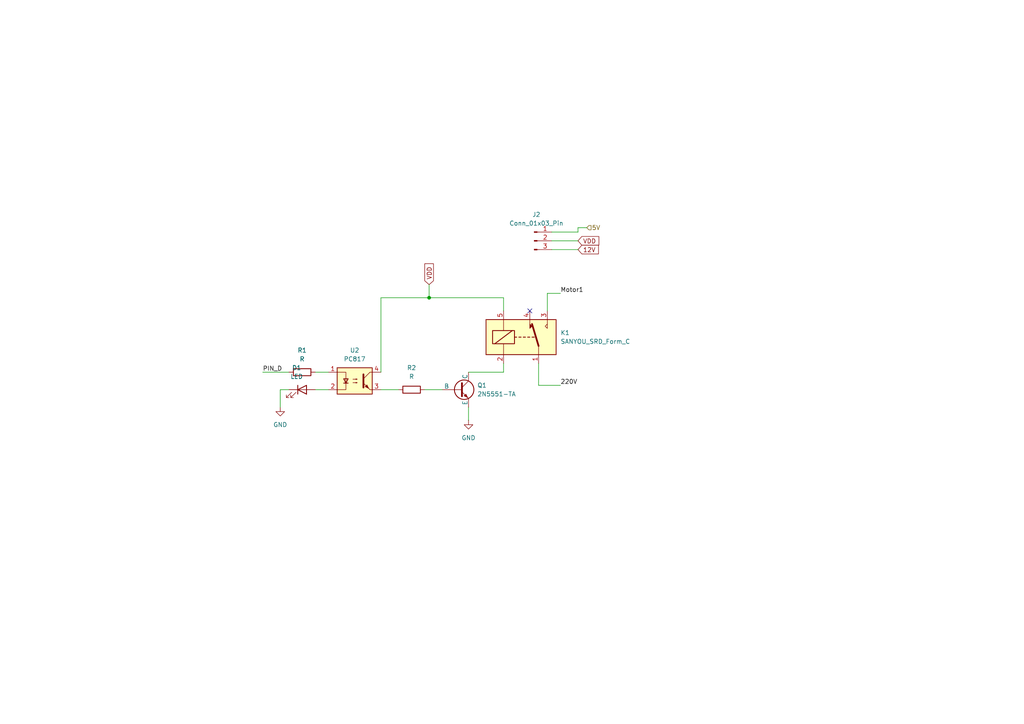
<source format=kicad_sch>
(kicad_sch (version 20231120) (generator "eeschema") (generator_version "8.0")
  (paper "A4")
  (lib_symbols
    (symbol "2N5551-TA:2N5551-TA" (pin_numbers hide) (pin_names (offset 0))
      (property "Reference" "Q" (at -2.54 7.62 0))
      (property "Value" "2N5551-TA" (at -6.35 4.318 0))
      (symbol "2N5551-TA_0_1"
        (polyline (pts (xy -2.54 0) (xy 0.635 0)) (stroke (width 0.1524)))
        (polyline (pts (xy 0.635 0.635) (xy 2.54 2.54)))
        (polyline (pts (xy 2.794 -1.27) (xy 2.794 -1.27)) (stroke (width 0.1524)))
        (polyline (pts (xy 2.794 -1.27) (xy 2.794 -1.27)) (stroke (width 0.1524)))
        (polyline (pts (xy 0.635 -0.635) (xy 2.54 -2.54) (xy 2.54 -2.54)))
        (polyline (pts (xy 0.635 1.905) (xy 0.635 -1.905) (xy 0.635 -1.905)) (stroke (width 0.508)))
        (polyline (pts (xy 1.27 -1.778) (xy 1.778 -1.27) (xy 2.286 -2.286) (xy 1.27 -1.778) (xy 1.27 -1.778)) (fill (type outline)))
        (circle (center 1.27 0) (radius 2.8194) (stroke (width 0.254)))
      )
      (symbol "2N5551-TA_1_1"
        (pin open_collector line (at 2.54 5.08 270) (length 2.54) (name "C") (number "1"))
        (pin input line (at -5.08 0 0) (length 2.54) (name "B") (number "2"))
        (pin open_emitter line (at 2.54 -5.08 90) (length 2.54) (name "E") (number "3"))
      )
    )
    (symbol "Connector:Conn_01x03_Pin" (pin_names (offset 1.016) hide)
      (property "Reference" "J" (at 0 5.08 0))
      (property "Value" "Conn_01x03_Pin" (at 0 -5.08 0))
      (symbol "Conn_01x03_Pin_1_1"
        (polyline (pts (xy 1.27 -2.54) (xy 0.8636 -2.54)) (stroke (width 0.1524)))
        (polyline (pts (xy 1.27 0) (xy 0.8636 0)) (stroke (width 0.1524)))
        (polyline (pts (xy 1.27 2.54) (xy 0.8636 2.54)) (stroke (width 0.1524)))
        (rectangle (start 0.8636 -2.413) (end 0 -2.667) (stroke (width 0.1524)) (fill (type outline)))
        (rectangle (start 0.8636 0.127) (end 0 -0.127) (stroke (width 0.1524)) (fill (type outline)))
        (rectangle (start 0.8636 2.667) (end 0 2.413) (stroke (width 0.1524)) (fill (type outline)))
        (pin passive line (at 5.08 2.54 180) (length 3.81) (name "Pin_1") (number "1"))
        (pin passive line (at 5.08 0 180) (length 3.81) (name "Pin_2") (number "2"))
        (pin passive line (at 5.08 -2.54 180) (length 3.81) (name "Pin_3") (number "3"))
      )
    )
    (symbol "Device:LED" (pin_numbers hide) (pin_names (offset 1.016) hide)
      (property "Reference" "D" (at 0 2.54 0))
      (property "Value" "LED" (at 0 -2.54 0))
      (symbol "LED_0_1"
        (polyline (pts (xy -1.27 -1.27) (xy -1.27 1.27)) (stroke (width 0.254)))
        (polyline (pts (xy -1.27 0) (xy 1.27 0)))
        (polyline (pts (xy 1.27 -1.27) (xy 1.27 1.27) (xy -1.27 0) (xy 1.27 -1.27)) (stroke (width 0.254)))
        (polyline (pts (xy -3.048 -0.762) (xy -4.572 -2.286) (xy -3.81 -2.286) (xy -4.572 -2.286) (xy -4.572 -1.524)))
        (polyline (pts (xy -1.778 -0.762) (xy -3.302 -2.286) (xy -2.54 -2.286) (xy -3.302 -2.286) (xy -3.302 -1.524)))
      )
      (symbol "LED_1_1"
        (pin passive line (at -3.81 0 0) (length 2.54) (name "K") (number "1"))
        (pin passive line (at 3.81 0 180) (length 2.54) (name "A") (number "2"))
      )
    )
    (symbol "Device:R" (pin_numbers hide) (pin_names (offset 0))
      (property "Reference" "R" (at 2.032 0 90))
      (property "Value" "R" (at 0 0 90))
      (symbol "R_0_1"
        (rectangle (start -1.016 -2.54) (end 1.016 2.54) (stroke (width 0.254)))
      )
      (symbol "R_1_1"
        (pin passive line (at 0 3.81 270) (length 1.27) (name "~") (number "1"))
        (pin passive line (at 0 -3.81 90) (length 1.27) (name "~") (number "2"))
      )
    )
    (symbol "Isolator:PC817" (pin_names (offset 1.016))
      (property "Reference" "U" (at -5.08 5.08 0))
      (property "Value" "PC817" (at 0 5.08 0))
      (symbol "PC817_0_1"
        (rectangle (start -5.08 3.81) (end 5.08 -3.81) (stroke (width 0.254)) (fill (type background)))
        (polyline (pts (xy -3.175 -0.635) (xy -1.905 -0.635)) (stroke (width 0.254)))
        (polyline (pts (xy 2.54 0.635) (xy 4.445 2.54)))
        (polyline (pts (xy 4.445 -2.54) (xy 2.54 -0.635)) (fill (type outline)))
        (polyline (pts (xy 4.445 -2.54) (xy 5.08 -2.54)))
        (polyline (pts (xy 4.445 2.54) (xy 5.08 2.54)))
        (polyline (pts (xy -5.08 2.54) (xy -2.54 2.54) (xy -2.54 -0.635)))
        (polyline (pts (xy -2.54 -0.635) (xy -2.54 -2.54) (xy -5.08 -2.54)))
        (polyline (pts (xy 2.54 1.905) (xy 2.54 -1.905) (xy 2.54 -1.905)) (stroke (width 0.508)))
        (polyline (pts (xy -2.54 -0.635) (xy -3.175 0.635) (xy -1.905 0.635) (xy -2.54 -0.635)) (stroke (width 0.254)))
        (polyline (pts (xy -0.508 -0.508) (xy 0.762 -0.508) (xy 0.381 -0.635) (xy 0.381 -0.381) (xy 0.762 -0.508)))
        (polyline (pts (xy -0.508 0.508) (xy 0.762 0.508) (xy 0.381 0.381) (xy 0.381 0.635) (xy 0.762 0.508)))
        (polyline (pts (xy 3.048 -1.651) (xy 3.556 -1.143) (xy 4.064 -2.159) (xy 3.048 -1.651) (xy 3.048 -1.651)) (fill (type outline)))
      )
      (symbol "PC817_1_1"
        (pin passive line (at -7.62 2.54 0) (length 2.54) (name "~") (number "1"))
        (pin passive line (at -7.62 -2.54 0) (length 2.54) (name "~") (number "2"))
        (pin passive line (at 7.62 -2.54 180) (length 2.54) (name "~") (number "3"))
        (pin passive line (at 7.62 2.54 180) (length 2.54) (name "~") (number "4"))
      )
    )
    (symbol "Relay:SANYOU_SRD_Form_C"
      (property "Reference" "K" (at 11.43 3.81 0))
      (property "Value" "SANYOU_SRD_Form_C" (at 11.43 1.27 0))
      (symbol "SANYOU_SRD_Form_C_0_0"
        (polyline (pts (xy 7.62 5.08) (xy 7.62 2.54) (xy 6.985 3.175) (xy 7.62 3.81)))
      )
      (symbol "SANYOU_SRD_Form_C_0_1"
        (rectangle (start -10.16 5.08) (end 10.16 -5.08) (stroke (width 0.254)) (fill (type background)))
        (rectangle (start -8.255 1.905) (end -1.905 -1.905) (stroke (width 0.254)))
        (polyline (pts (xy -7.62 -1.905) (xy -2.54 1.905)) (stroke (width 0.254)))
        (polyline (pts (xy -5.08 -5.08) (xy -5.08 -1.905)))
        (polyline (pts (xy -5.08 5.08) (xy -5.08 1.905)))
        (polyline (pts (xy -1.905 0) (xy -1.27 0)) (stroke (width 0.254)))
        (polyline (pts (xy -0.635 0) (xy 0 0)) (stroke (width 0.254)))
        (polyline (pts (xy 0.635 0) (xy 1.27 0)) (stroke (width 0.254)))
        (polyline (pts (xy 1.905 0) (xy 2.54 0)) (stroke (width 0.254)))
        (polyline (pts (xy 3.175 0) (xy 3.81 0)) (stroke (width 0.254)))
        (polyline (pts (xy 5.08 -2.54) (xy 3.175 3.81)) (stroke (width 0.508)))
        (polyline (pts (xy 5.08 -2.54) (xy 5.08 -5.08)))
      )
      (symbol "SANYOU_SRD_Form_C_1_1"
        (polyline (pts (xy 2.54 3.81) (xy 3.175 3.175) (xy 2.54 2.54) (xy 2.54 5.08)) (fill (type outline)))
        (pin passive line (at 5.08 -7.62 90) (length 2.54) (name "~") (number "1"))
        (pin passive line (at -5.08 -7.62 90) (length 2.54) (name "~") (number "2"))
        (pin passive line (at 7.62 7.62 270) (length 2.54) (name "~") (number "3"))
        (pin passive line (at 2.54 7.62 270) (length 2.54) (name "~") (number "4"))
        (pin passive line (at -5.08 7.62 270) (length 2.54) (name "~") (number "5"))
      )
    )
    (symbol "power:GND" (power) (pin_numbers hide) (pin_names (offset 0) hide)
      (property "Value" "GND" (at 0 -3.81 0))
      (symbol "GND_0_1"
        (polyline (pts (xy 0 0) (xy 0 -1.27) (xy 1.27 -1.27) (xy 0 -2.54) (xy -1.27 -1.27) (xy 0 -1.27)))
      )
      (symbol "GND_1_1"
        (pin power_in line (at 0 0 270) (length 0) (name "~") (number "1"))
      )
    )
  )
  (junction (at 124.46 86.36))
  (no_connect (at 153.67 90.17))
  (wire (pts (xy 110.49 113.03) (xy 115.57 113.03)))
  (wire (pts (xy 162.56 111.76) (xy 156.21 111.76)))
  (wire (pts (xy 160.02 69.85) (xy 167.64 69.85)))
  (wire (pts (xy 146.05 86.36) (xy 146.05 90.17)))
  (wire (pts (xy 135.89 107.95) (xy 146.05 107.95)))
  (wire (pts (xy 110.49 86.36) (xy 124.46 86.36)))
  (wire (pts (xy 135.89 118.11) (xy 135.89 121.92)))
  (wire (pts (xy 81.28 118.11) (xy 81.28 113.03)))
  (wire (pts (xy 160.02 72.39) (xy 167.64 72.39)))
  (wire (pts (xy 170.18 66.04) (xy 167.64 66.04)))
  (wire (pts (xy 162.56 85.09) (xy 158.75 85.09)))
  (wire (pts (xy 124.46 86.36) (xy 146.05 86.36)))
  (wire (pts (xy 110.49 107.95) (xy 110.49 86.36)))
  (wire (pts (xy 167.64 67.31) (xy 160.02 67.31)))
  (wire (pts (xy 156.21 111.76) (xy 156.21 105.41)))
  (wire (pts (xy 158.75 85.09) (xy 158.75 90.17)))
  (wire (pts (xy 91.44 113.03) (xy 95.25 113.03)))
  (wire (pts (xy 76.2 107.95) (xy 83.82 107.95)))
  (wire (pts (xy 124.46 82.55) (xy 124.46 86.36)))
  (wire (pts (xy 167.64 66.04) (xy 167.64 67.31)))
  (wire (pts (xy 146.05 107.95) (xy 146.05 105.41)))
  (wire (pts (xy 91.44 107.95) (xy 95.25 107.95)))
  (wire (pts (xy 81.28 113.03) (xy 83.82 113.03)))
  (wire (pts (xy 123.19 113.03) (xy 128.27 113.03)))
  (label "Motor1" (at 162.56 85.09 0))
  (label "220V" (at 162.56 111.76 0))
  (label "PIN_D" (at 76.2 107.95 0))
  (global_label "VDD" (shape input) (at 167.64 69.85 0) (property "Intersheetrefs" "${INTERSHEET_REFS}" (effects (hide yes))))
  (global_label "VDD" (shape input) (at 124.46 82.55 90) (property "Intersheetrefs" "${INTERSHEET_REFS}" (effects (hide yes))))
  (global_label "12V" (shape input) (at 167.64 72.39 0) (property "Intersheetrefs" "${INTERSHEET_REFS}" (effects (hide yes))))
  (hierarchical_label "5V" (shape input) (at 170.18 66.04 0))
  (symbol (lib_id "2N5551-TA:2N5551-TA") (at 133.35 113.03 0) (unit 1)
    (property "Reference" "Q1" (at 138.43 111.7599 0) (effects (justify left)))
    (property "Value" "2N5551-TA" (at 138.43 114.2999 0) (effects (justify left)))
    (property "Datasheet" "https://ngspice.sourceforge.io/docs/ngspice-html-manual/manual.xhtml#cha_BJTs" (effects (hide yes)))
    (property "Description" "Bipolar transistor symbol for simulation only, substrate tied to the emitter" (effects (hide yes)))
    (property "Sim.Device" "NPN" (effects (hide yes)))
    (property "Sim.Type" "GUMMELPOON" (effects (hide yes)))
    (property "Sim.Pins" "1=C 2=B 3=E" (effects (hide yes)))
  )
  (symbol (lib_id "Relay:SANYOU_SRD_Form_C") (at 151.13 97.79 0) (unit 1)
    (property "Reference" "K1" (at 162.56 96.5199 0) (effects (justify left)))
    (property "Value" "SANYOU_SRD_Form_C" (at 162.56 99.0599 0) (effects (justify left)))
    (property "Footprint" "Relay_THT:Relay_SPDT_SANYOU_SRD_Series_Form_C" (effects (hide yes)))
    (property "Datasheet" "http://www.sanyourelay.ca/public/products/pdf/SRD.pdf" (effects (hide yes)))
    (property "Description" "Sanyo SRD relay, Single Pole Miniature Power Relay," (effects (hide yes)))
  )
  (symbol (lib_id "Connector:Conn_01x03_Pin") (at 154.94 69.85 0) (unit 1)
    (property "Reference" "J2" (at 155.575 62.23 0))
    (property "Value" "Conn_01x03_Pin" (at 155.575 64.77 0))
    (property "Footprint" "Connector_PinHeader_2.54mm:PinHeader_1x03_P2.54mm_Vertical" (effects (hide yes)))
    (property "Description" "Generic connector, single row, 01x03, script generated" (effects (hide yes)))
  )
  (symbol (lib_id "Device:R") (at 87.63 107.95 90) (unit 1)
    (property "Reference" "R1" (at 87.63 101.6 90))
    (property "Value" "R" (at 87.63 104.14 90))
    (property "Footprint" "Resistor_SMD:R_0603_1608Metric_Pad0.98x0.95mm_HandSolder" (effects (hide yes)))
    (property "Description" "Resistor" (effects (hide yes)))
  )
  (symbol (lib_id "Device:LED") (at 87.63 113.03 0) (unit 1)
    (property "Reference" "D1" (at 86.0425 106.68 0))
    (property "Value" "LED" (at 86.0425 109.22 0))
    (property "Footprint" "LED_SMD:LED_0805_2012Metric_Pad1.15x1.40mm_HandSolder" (effects (hide yes)))
    (property "Description" "Light emitting diode" (effects (hide yes)))
  )
  (symbol (lib_id "power:GND") (at 135.89 121.92 0) (unit 1)
    (property "Reference" "#PWR02" (effects (hide yes)))
    (property "Value" "GND" (at 135.89 127 0))
    (property "Description" "Power symbol creates a global label with name \"GND\" , ground" (effects (hide yes)))
  )
  (symbol (lib_id "Device:R") (at 119.38 113.03 90) (unit 1)
    (property "Reference" "R2" (at 119.38 106.68 90))
    (property "Value" "R" (at 119.38 109.22 90))
    (property "Footprint" "Resistor_SMD:R_0603_1608Metric_Pad0.98x0.95mm_HandSolder" (effects (hide yes)))
    (property "Description" "Resistor" (effects (hide yes)))
  )
  (symbol (lib_id "Isolator:PC817") (at 102.87 110.49 0) (unit 1)
    (property "Reference" "U2" (at 102.87 101.6 0))
    (property "Value" "PC817" (at 102.87 104.14 0))
    (property "Footprint" "Package_DIP:DIP-4_W7.62mm" (effects (hide yes)))
    (property "Datasheet" "http://www.soselectronic.cz/a_info/resource/d/pc817.pdf" (effects (hide yes)))
    (property "Description" "DC Optocoupler, Vce 35V, CTR 50-300%, DIP-4" (effects (hide yes)))
  )
  (symbol (lib_id "power:GND") (at 81.28 118.11 0) (unit 1)
    (property "Reference" "#PWR01" (effects (hide yes)))
    (property "Value" "GND" (at 81.28 123.19 0))
    (property "Description" "Power symbol creates a global label with name \"GND\" , ground" (effects (hide yes)))
  )
)
</source>
